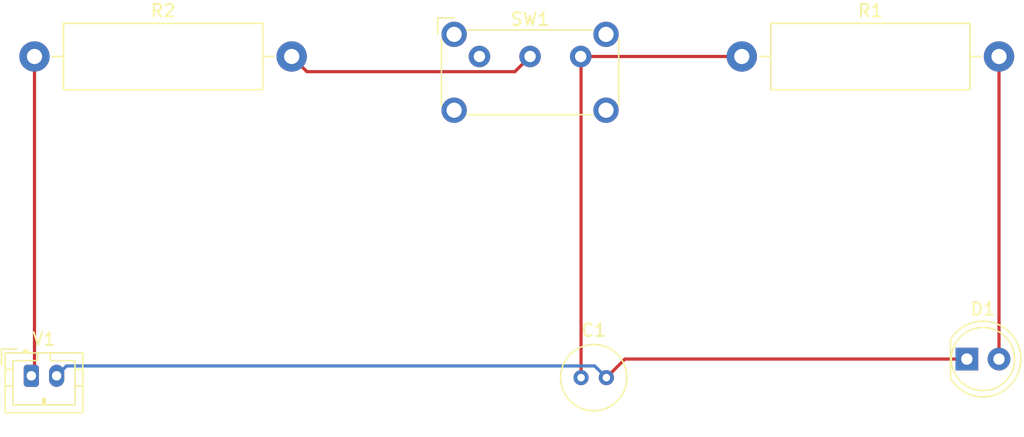
<source format=kicad_pcb>
(kicad_pcb (version 20211014) (generator pcbnew)
  (layers (0 "F.Cu" signal) (31 "B.Cu" signal) (34 "B.Paste" user) (35 "F.Paste" user) (36 "B.SilkS" user "B.Silkscreen") (37 "F.SilkS" user "F.Silkscreen") (38 "B.Mask" user) (39 "F.Mask" user) (44 "Edge.Cuts" user))
  (net 0 "")
  (net 1 "Net-(C1-Pad1)")
  (net 2 "Net-(C1-Pad2)")
  (net 3 "Net-(D1-Pad2)")
  (net 4 "Net-(R2-Pad1)")
  (net 5 "Net-(R2-Pad2)")
  (footprint "Button_Switch_THT:SW_E-Switch_EG1224_SPDT_Angled" (layer "F.Cu") (at 154.5325 60.96)
    (fp_text reference "SW1" (at 4 -2.95) (layer "F.SilkS"))
    (fp_text value "SW_SPDT")
    (fp_line (start 11 -1.35) (end 11 3.85) (layer "F.SilkS") (width 0.12))
    (fp_line (start 8.95 4.6) (end -0.95 4.6) (layer "F.SilkS") (width 0.12))
    (fp_line (start -3.3 -3.05) (end -2 -3.05) (layer "F.SilkS") (width 0.12))
    (fp_line (start -3.3 -1.75) (end -3.3 -3.05) (layer "F.SilkS") (width 0.12))
    (fp_line (start -0.95 -2.1) (end 8.95 -2.1) (layer "F.SilkS") (width 0.12))
    (fp_line (start -3 3.85) (end -3 -1.35) (layer "F.SilkS") (width 0.12))
    (pad "" thru_hole circle (at -2 -1.75) (size 2 2) (drill 1.2) (layers *.Cu *.Mask))
    (pad "" thru_hole circle (at 10 4.25) (size 2 2) (drill 1.2) (layers *.Cu *.Mask))
    (pad "" thru_hole circle (at 10 -1.75) (size 2 2) (drill 1.2) (layers *.Cu *.Mask))
    (pad "" thru_hole circle (at -2 4.25) (size 2 2) (drill 1.2) (layers *.Cu *.Mask))
    (pad "1" thru_hole circle (at 0 0) (size 1.7 1.7) (drill 0.9) (layers *.Cu *.Mask))
    (pad "2" thru_hole circle (at 4 0) (size 1.7 1.7) (drill 0.9) (layers *.Cu *.Mask) (net 5 "Net-(R2-Pad2)"))
    (pad "3" thru_hole circle (at 8 0) (size 1.7 1.7) (drill 0.9) (layers *.Cu *.Mask) (net 1 "Net-(C1-Pad1)"))
  )
  (footprint "LED_THT:LED_D5.0mm" (layer "F.Cu") (at 193.04 84.890278)
    (fp_text reference "D1" (at 1.27 -3.96) (layer "F.SilkS"))
    (fp_text value "LED")
    (fp_line (start -1.29 -1.545) (end -1.29 1.545) (layer "F.SilkS") (width 0.12))
    (fp_arc (start -1.29 -1.54483) (mid 2.072002 -2.880433) (end 4.26 0.000462) (layer "F.SilkS") (width 0.12))
    (fp_arc (start 4.26 -0.000462) (mid 2.072002 2.880433) (end -1.29 1.54483) (layer "F.SilkS") (width 0.12))
    (fp_circle (center 1.27 0) (end 3.77 0) (layer "F.SilkS") (width 0.12) (fill none))
    (pad "1" thru_hole rect (at 0 0) (size 1.8 1.8) (drill 0.9) (layers *.Cu *.Mask) (net 2 "Net-(C1-Pad2)"))
    (pad "2" thru_hole circle (at 2.54 0) (size 1.8 1.8) (drill 0.9) (layers *.Cu *.Mask) (net 3 "Net-(D1-Pad2)"))
  )
  (footprint "Connector_JST:JST_PH_B2B-PH-K_1x02_P2.00mm_Vertical" (layer "F.Cu") (at 119.13 86.215)
    (fp_text reference "V1" (at 1 -2.9) (layer "F.SilkS"))
    (fp_text value "9 V")
    (fp_line (start -2.36 -2.11) (end -2.36 -0.86) (layer "F.SilkS") (width 0.12))
    (fp_line (start 0.9 1.8) (end 1.1 1.8) (layer "F.SilkS") (width 0.12))
    (fp_line (start -2.06 -0.5) (end -1.45 -0.5) (layer "F.SilkS") (width 0.12))
    (fp_line (start -1.11 -2.11) (end -2.36 -2.11) (layer "F.SilkS") (width 0.12))
    (fp_line (start 4.06 0.8) (end 3.45 0.8) (layer "F.SilkS") (width 0.12))
    (fp_line (start -0.3 -1.81) (end -0.3 -2.01) (layer "F.SilkS") (width 0.12))
    (fp_line (start 4.06 -0.5) (end 3.45 -0.5) (layer "F.SilkS") (width 0.12))
    (fp_line (start -1.45 2.3) (end 3.45 2.3) (layer "F.SilkS") (width 0.12))
    (fp_line (start 1 2.3) (end 1 1.8) (layer "F.SilkS") (width 0.12))
    (fp_line (start -1.45 -1.2) (end -1.45 2.3) (layer "F.SilkS") (width 0.12))
    (fp_line (start 1.5 -1.2) (end 1.5 -1.81) (layer "F.SilkS") (width 0.12))
    (fp_line (start 4.06 -1.81) (end -2.06 -1.81) (layer "F.SilkS") (width 0.12))
    (fp_line (start 0.5 -1.2) (end -1.45 -1.2) (layer "F.SilkS") (width 0.12))
    (fp_line (start 3.45 2.3) (end 3.45 -1.2) (layer "F.SilkS") (width 0.12))
    (fp_line (start 3.45 -1.2) (end 1.5 -1.2) (layer "F.SilkS") (width 0.12))
    (fp_line (start -0.3 -1.91) (end -0.6 -1.91) (layer "F.SilkS") (width 0.12))
    (fp_line (start -0.3 -2.01) (end -0.6 -2.01) (layer "F.SilkS") (width 0.12))
    (fp_line (start -2.06 -1.81) (end -2.06 2.91) (layer "F.SilkS") (width 0.12))
    (fp_line (start -0.6 -2.01) (end -0.6 -1.81) (layer "F.SilkS") (width 0.12))
    (fp_line (start -2.06 0.8) (end -1.45 0.8) (layer "F.SilkS") (width 0.12))
    (fp_line (start -2.06 2.91) (end 4.06 2.91) (layer "F.SilkS") (width 0.12))
    (fp_line (start 1.1 1.8) (end 1.1 2.3) (layer "F.SilkS") (width 0.12))
    (fp_line (start 0.9 2.3) (end 0.9 1.8) (layer "F.SilkS") (width 0.12))
    (fp_line (start 0.5 -1.81) (end 0.5 -1.2) (layer "F.SilkS") (width 0.12))
    (fp_line (start 4.06 2.91) (end 4.06 -1.81) (layer "F.SilkS") (width 0.12))
    (pad "1" thru_hole roundrect (at 0 0) (size 1.2 1.75) (drill 0.75) (layers *.Cu *.Mask) (roundrect_rratio 0.208333) (net 4 "Net-(R2-Pad1)"))
    (pad "2" thru_hole oval (at 2 0) (size 1.2 1.75) (drill 0.75) (layers *.Cu *.Mask) (net 2 "Net-(C1-Pad2)"))
  )
  (footprint "Resistor_THT:R_Axial_DIN0516_L15.5mm_D5.0mm_P20.32mm_Horizontal" (layer "F.Cu") (at 175.26 60.96)
    (fp_text reference "R1" (at 10.16 -3.62) (layer "F.SilkS"))
    (fp_text value "20 kohms")
    (fp_line (start 1.44 0) (end 2.29 0) (layer "F.SilkS") (width 0.12))
    (fp_line (start 18.88 0) (end 18.03 0) (layer "F.SilkS") (width 0.12))
    (fp_line (start 2.29 -2.62) (end 2.29 2.62) (layer "F.SilkS") (width 0.12))
    (fp_line (start 18.03 2.62) (end 18.03 -2.62) (layer "F.SilkS") (width 0.12))
    (fp_line (start 18.03 -2.62) (end 2.29 -2.62) (layer "F.SilkS") (width 0.12))
    (fp_line (start 2.29 2.62) (end 18.03 2.62) (layer "F.SilkS") (width 0.12))
    (pad "1" thru_hole circle (at 0 0) (size 2.4 2.4) (drill 1.2) (layers *.Cu *.Mask) (net 1 "Net-(C1-Pad1)"))
    (pad "2" thru_hole oval (at 20.32 0) (size 2.4 2.4) (drill 1.2) (layers *.Cu *.Mask) (net 3 "Net-(D1-Pad2)"))
  )
  (footprint "Resistor_THT:R_Axial_DIN0516_L15.5mm_D5.0mm_P20.32mm_Horizontal" (layer "F.Cu") (at 119.38 60.96)
    (fp_text reference "R2" (at 10.16 -3.62) (layer "F.SilkS"))
    (fp_text value "2.2 kohms")
    (fp_line (start 18.03 -2.62) (end 2.29 -2.62) (layer "F.SilkS") (width 0.12))
    (fp_line (start 18.03 2.62) (end 18.03 -2.62) (layer "F.SilkS") (width 0.12))
    (fp_line (start 2.29 -2.62) (end 2.29 2.62) (layer "F.SilkS") (width 0.12))
    (fp_line (start 1.44 0) (end 2.29 0) (layer "F.SilkS") (width 0.12))
    (fp_line (start 2.29 2.62) (end 18.03 2.62) (layer "F.SilkS") (width 0.12))
    (fp_line (start 18.88 0) (end 18.03 0) (layer "F.SilkS") (width 0.12))
    (pad "1" thru_hole circle (at 0 0) (size 2.4 2.4) (drill 1.2) (layers *.Cu *.Mask) (net 4 "Net-(R2-Pad1)"))
    (pad "2" thru_hole oval (at 20.32 0) (size 2.4 2.4) (drill 1.2) (layers *.Cu *.Mask) (net 5 "Net-(R2-Pad2)"))
  )
  (footprint "Capacitor_THT:C_Radial_D5.0mm_H5.0mm_P2.00mm" (layer "F.Cu") (at 162.56 86.36)
    (fp_text reference "C1" (at 1 -3.75) (layer "F.SilkS"))
    (fp_text value "4.7 uF")
    (fp_circle (center 1 0) (end 3.62 0) (layer "F.SilkS") (width 0.12) (fill none))
    (pad "1" thru_hole circle (at 0 0) (size 1.2 1.2) (drill 0.6) (layers *.Cu *.Mask) (net 1 "Net-(C1-Pad1)"))
    (pad "2" thru_hole circle (at 2 0) (size 1.2 1.2) (drill 0.6) (layers *.Cu *.Mask) (net 2 "Net-(C1-Pad2)"))
  )
  (segment (start 162.5325 60.96) (end 175.26 60.96) (width 0.25) (layer "F.Cu") (net 1))
  (segment (start 162.56 86.36) (end 162.56 60.9875) (width 0.25) (layer "F.Cu") (net 1))
  (segment (start 162.56 60.9875) (end 162.5325 60.96) (width 0.25) (layer "F.Cu") (net 1))
  (segment (start 166.029722 84.890278) (end 164.56 86.36) (width 0.25) (layer "F.Cu") (net 2))
  (segment (start 193.04 84.890278) (end 166.029722 84.890278) (width 0.25) (layer "F.Cu") (net 2))
  (segment (start 121.91 85.435) (end 163.635 85.435) (width 0.25) (layer "B.Cu") (net 2))
  (segment (start 121.13 86.215) (end 121.91 85.435) (width 0.25) (layer "B.Cu") (net 2))
  (segment (start 163.635 85.435) (end 164.56 86.36) (width 0.25) (layer "B.Cu") (net 2))
  (segment (start 195.58 60.96) (end 195.58 84.890278) (width 0.25) (layer "F.Cu") (net 3))
  (segment (start 119.38 60.96) (end 119.38 85.965) (width 0.25) (layer "F.Cu") (net 4))
  (segment (start 119.38 85.965) (end 119.13 86.215) (width 0.25) (layer "F.Cu") (net 4))
  (segment (start 139.7 60.96) (end 140.9 62.16) (width 0.25) (layer "F.Cu") (net 5))
  (segment (start 140.9 62.16) (end 157.3325 62.16) (width 0.25) (layer "F.Cu") (net 5))
  (segment (start 157.3325 62.16) (end 158.5325 60.96) (width 0.25) (layer "F.Cu") (net 5))
)
</source>
